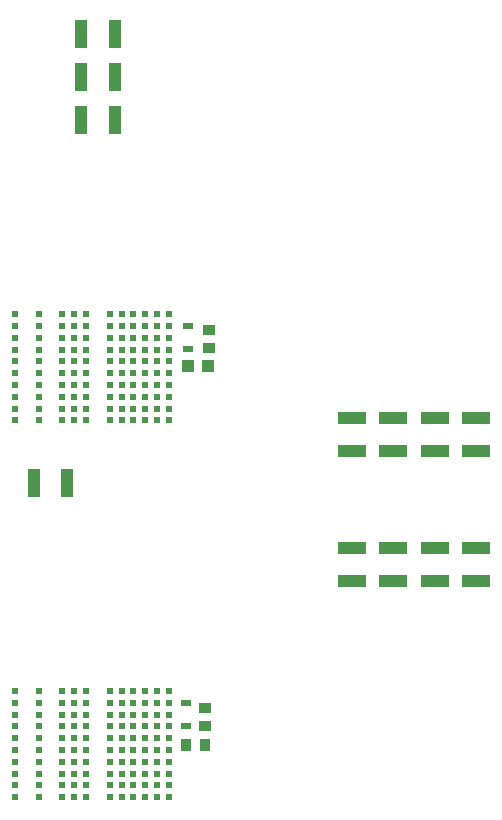
<source format=gbr>
G04 EAGLE Gerber RS-274X export*
G75*
%MOMM*%
%FSLAX34Y34*%
%LPD*%
%INSolderpaste Top*%
%IPPOS*%
%AMOC8*
5,1,8,0,0,1.08239X$1,22.5*%
G01*
%ADD10R,0.939800X0.553200*%
%ADD11R,1.061200X2.489200*%
%ADD12R,2.489200X1.061200*%
%ADD13R,1.100000X1.000000*%
%ADD14R,1.020000X0.940000*%
%ADD15R,0.870000X0.980000*%
%ADD16R,0.550000X0.550000*%


D10*
X331000Y472249D03*
X331000Y491751D03*
D11*
X240804Y738800D03*
X269196Y738800D03*
X240804Y702600D03*
X269196Y702600D03*
X240804Y666400D03*
X269196Y666400D03*
X229196Y358800D03*
X200804Y358800D03*
D10*
X330000Y153249D03*
X330000Y172751D03*
D12*
X470000Y275804D03*
X470000Y304196D03*
X505000Y275804D03*
X505000Y304196D03*
X540000Y275804D03*
X540000Y304196D03*
X575000Y275804D03*
X575000Y304196D03*
X470000Y414196D03*
X470000Y385804D03*
X505000Y414196D03*
X505000Y385804D03*
X540000Y414196D03*
X540000Y385804D03*
X575000Y414196D03*
X575000Y385804D03*
D13*
X331500Y458000D03*
X348500Y458000D03*
D14*
X349000Y473100D03*
X349000Y488900D03*
X346000Y153100D03*
X346000Y168900D03*
D15*
X330000Y137000D03*
X346000Y137000D03*
D16*
X315000Y173000D03*
X315000Y183000D03*
X315000Y163000D03*
X315000Y153000D03*
X315000Y143000D03*
X315000Y133000D03*
X315000Y123000D03*
X315000Y113000D03*
X315000Y103000D03*
X315000Y93000D03*
X305000Y93000D03*
X305000Y103000D03*
X305000Y113000D03*
X305000Y133000D03*
X305000Y123000D03*
X305000Y143000D03*
X305000Y153000D03*
X305000Y173000D03*
X305000Y163000D03*
X305000Y183000D03*
X295000Y183000D03*
X295000Y173000D03*
X295000Y163000D03*
X295000Y153000D03*
X295000Y143000D03*
X295000Y133000D03*
X295000Y123000D03*
X295000Y113000D03*
X295000Y103000D03*
X295000Y93000D03*
X285000Y93000D03*
X275000Y93000D03*
X275000Y103000D03*
X285000Y103000D03*
X285000Y113000D03*
X275000Y113000D03*
X275000Y123000D03*
X285000Y123000D03*
X285000Y133000D03*
X275000Y133000D03*
X275000Y143000D03*
X285000Y143000D03*
X285000Y153000D03*
X275000Y153000D03*
X275000Y163000D03*
X285000Y163000D03*
X285000Y173000D03*
X275000Y173000D03*
X275000Y183000D03*
X285000Y183000D03*
X265000Y183000D03*
X265000Y173000D03*
X265000Y163000D03*
X265000Y143000D03*
X265000Y153000D03*
X265000Y133000D03*
X265000Y123000D03*
X265000Y113000D03*
X265000Y103000D03*
X265000Y93000D03*
X245000Y183000D03*
X245000Y173000D03*
X245000Y163000D03*
X245000Y153000D03*
X245000Y143000D03*
X245000Y133000D03*
X245000Y123000D03*
X245000Y113000D03*
X245000Y103000D03*
X245000Y93000D03*
X235000Y183000D03*
X235000Y173000D03*
X235000Y163000D03*
X235000Y153000D03*
X235000Y143000D03*
X235000Y133000D03*
X235000Y123000D03*
X235000Y113000D03*
X235000Y103000D03*
X235000Y93000D03*
X225000Y93000D03*
X225000Y103000D03*
X225000Y113000D03*
X225000Y123000D03*
X225000Y133000D03*
X225000Y143000D03*
X225000Y153000D03*
X225000Y163000D03*
X225000Y173000D03*
X225000Y183000D03*
X205000Y183000D03*
X205000Y173000D03*
X205000Y153000D03*
X205000Y163000D03*
X205000Y143000D03*
X205000Y133000D03*
X205000Y123000D03*
X205000Y113000D03*
X205000Y103000D03*
X205000Y93000D03*
X185000Y93000D03*
X185000Y103000D03*
X185000Y113000D03*
X185000Y123000D03*
X185000Y133000D03*
X185000Y153000D03*
X185000Y143000D03*
X185000Y163000D03*
X185000Y173000D03*
X185000Y183000D03*
X315000Y492000D03*
X315000Y502000D03*
X315000Y482000D03*
X315000Y472000D03*
X315000Y462000D03*
X315000Y452000D03*
X315000Y442000D03*
X315000Y432000D03*
X315000Y422000D03*
X315000Y412000D03*
X305000Y412000D03*
X305000Y422000D03*
X305000Y432000D03*
X305000Y452000D03*
X305000Y442000D03*
X305000Y462000D03*
X305000Y472000D03*
X305000Y492000D03*
X305000Y482000D03*
X305000Y502000D03*
X295000Y502000D03*
X295000Y492000D03*
X295000Y482000D03*
X295000Y472000D03*
X295000Y462000D03*
X295000Y452000D03*
X295000Y442000D03*
X295000Y432000D03*
X295000Y422000D03*
X295000Y412000D03*
X285000Y412000D03*
X275000Y412000D03*
X275000Y422000D03*
X285000Y422000D03*
X285000Y432000D03*
X275000Y432000D03*
X275000Y442000D03*
X285000Y442000D03*
X285000Y452000D03*
X275000Y452000D03*
X275000Y462000D03*
X285000Y462000D03*
X285000Y472000D03*
X275000Y472000D03*
X275000Y482000D03*
X285000Y482000D03*
X285000Y492000D03*
X275000Y492000D03*
X275000Y502000D03*
X285000Y502000D03*
X265000Y502000D03*
X265000Y492000D03*
X265000Y482000D03*
X265000Y462000D03*
X265000Y472000D03*
X265000Y452000D03*
X265000Y442000D03*
X265000Y432000D03*
X265000Y422000D03*
X265000Y412000D03*
X245000Y502000D03*
X245000Y492000D03*
X245000Y482000D03*
X245000Y472000D03*
X245000Y462000D03*
X245000Y452000D03*
X245000Y442000D03*
X245000Y432000D03*
X245000Y422000D03*
X245000Y412000D03*
X235000Y502000D03*
X235000Y492000D03*
X235000Y482000D03*
X235000Y472000D03*
X235000Y462000D03*
X235000Y452000D03*
X235000Y442000D03*
X235000Y432000D03*
X235000Y422000D03*
X235000Y412000D03*
X225000Y412000D03*
X225000Y422000D03*
X225000Y432000D03*
X225000Y442000D03*
X225000Y452000D03*
X225000Y462000D03*
X225000Y472000D03*
X225000Y482000D03*
X225000Y492000D03*
X225000Y502000D03*
X205000Y502000D03*
X205000Y492000D03*
X205000Y472000D03*
X205000Y482000D03*
X205000Y462000D03*
X205000Y452000D03*
X205000Y442000D03*
X205000Y432000D03*
X205000Y422000D03*
X205000Y412000D03*
X185000Y412000D03*
X185000Y422000D03*
X185000Y432000D03*
X185000Y442000D03*
X185000Y452000D03*
X185000Y472000D03*
X185000Y462000D03*
X185000Y482000D03*
X185000Y492000D03*
X185000Y502000D03*
M02*

</source>
